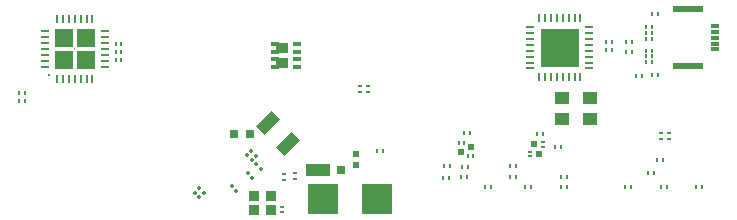
<source format=gbp>
%FSTAX23Y23*%
%MOIN*%
%SFA1B1*%

%IPPOS*%
%AMD131*
4,1,4,-0.001400,0.008300,-0.008300,0.001400,0.001400,-0.008300,0.008300,-0.001400,-0.001400,0.008300,0.0*
%
%AMD212*
4,1,4,-0.008300,-0.001400,-0.001400,-0.008300,0.008300,0.001400,0.001400,0.008300,-0.008300,-0.001400,0.0*
%
%AMD213*
4,1,4,-0.039000,-0.011100,-0.011100,-0.039000,0.039000,0.011100,0.011100,0.039000,-0.039000,-0.011100,0.0*
%
%ADD105R,0.008000X0.015800*%
%ADD106R,0.019800X0.019800*%
%ADD107R,0.078800X0.043400*%
%ADD108R,0.031600X0.031600*%
%ADD111R,0.011100X0.017000*%
%ADD112R,0.015800X0.008000*%
%ADD113R,0.019800X0.019800*%
%ADD117R,0.013900X0.009900*%
%ADD118R,0.017000X0.011100*%
%ADD130R,0.009900X0.013900*%
G04~CAMADD=131~9~0.0~0.0~99.0~139.0~0.0~0.0~0~0.0~0.0~0.0~0.0~0~0.0~0.0~0.0~0.0~0~0.0~0.0~0.0~45.0~166.0~165.0*
%ADD131D131*%
%ADD196R,0.061000X0.061000*%
%ADD197R,0.061000X0.061000*%
%ADD198R,0.009800X0.027600*%
%ADD199R,0.009800X0.027600*%
%ADD200R,0.009800X0.027600*%
%ADD201R,0.009800X0.027600*%
%ADD202R,0.027600X0.009800*%
%ADD203R,0.027600X0.009800*%
%ADD204R,0.027600X0.009800*%
%ADD205R,0.047300X0.043400*%
%ADD206R,0.029600X0.031600*%
%ADD207R,0.000000X0.000000*%
%ADD208R,0.007300X0.007300*%
%ADD209R,0.031600X0.013900*%
%ADD210R,0.102400X0.023700*%
%ADD211R,0.098500X0.098500*%
G04~CAMADD=212~9~0.0~0.0~99.0~139.0~0.0~0.0~0~0.0~0.0~0.0~0.0~0~0.0~0.0~0.0~0.0~0~0.0~0.0~0.0~135.0~166.0~165.0*
%ADD212D212*%
G04~CAMADD=213~9~0.0~0.0~394.0~709.0~0.0~0.0~0~0.0~0.0~0.0~0.0~0~0.0~0.0~0.0~0.0~0~0.0~0.0~0.0~135.0~780.0~779.0*
%ADD213D213*%
%ADD214R,0.037500X0.033500*%
%ADD215R,0.130000X0.130000*%
%ADD216O,0.031600X0.009900*%
%ADD217O,0.009900X0.031600*%
%ADD218R,0.021700X0.023700*%
%ADD219R,0.027600X0.011900*%
%ADD220R,0.039400X0.037400*%
%ADD221R,0.039400X0.037300*%
%LNvapeix_mini_pcb-1*%
%LPD*%
G54D105*
X03584Y03216D03*
X03568D03*
X03537Y03259D03*
X03553D03*
G54D106*
X03576Y03247D03*
X03544Y0323D03*
G54D107*
X03068Y03169D03*
G54D108*
X03142Y03169D03*
G54D111*
X03548Y03179D03*
X03568D03*
X04198Y03203D03*
X04218D03*
X04185Y03159D03*
X04165D03*
X04345Y03112D03*
X04325D03*
X04229D03*
X04209D03*
X04109D03*
X04089D03*
X03552Y03294D03*
X03572D03*
X03284Y03233D03*
X03264D03*
X04112Y03597D03*
X04092D03*
X04201Y03485D03*
X04181D03*
X04201Y0369D03*
X04181D03*
X04112Y03564D03*
X04092D03*
X03485Y03183D03*
X03505D03*
X03726D03*
X03706D03*
X03875Y03147D03*
X03895D03*
X03563Y03145D03*
X03543D03*
X03483Y03144D03*
X03503D03*
X03725Y03147D03*
X03705D03*
X03643Y03112D03*
X03623D03*
X03875D03*
X03895D03*
X03757D03*
X03777D03*
X03798Y0329D03*
X03818D03*
X03856Y03247D03*
X03876D03*
G54D112*
X03772Y03215D03*
Y03231D03*
X03815Y03263D03*
Y03247D03*
G54D113*
X03803Y03223D03*
X03786Y03255D03*
G54D117*
X03233Y03429D03*
Y03448D03*
X04236Y03274D03*
Y03293D03*
X02945Y03028D03*
Y03047D03*
G54D118*
X03206Y03449D03*
Y03429D03*
X04209Y03294D03*
Y03274D03*
X02954Y03137D03*
Y03157D03*
X02991Y03138D03*
Y03158D03*
G54D130*
X0207Y03399D03*
X02089D03*
X0207Y03426D03*
X02089D03*
X02411Y03588D03*
X02392D03*
X02411Y03563D03*
X02392D03*
X02411Y03536D03*
X02392D03*
X04046Y03596D03*
X04027D03*
X0418Y03566D03*
X04161D03*
X0418Y03548D03*
X04161D03*
X04179Y03607D03*
X0416D03*
X04179Y03627D03*
X0416D03*
X04179Y03647D03*
X0416D03*
X04046Y03569D03*
X04027D03*
X0418Y03529D03*
X04161D03*
X04145Y03483D03*
X04126D03*
G54D131*
X02671Y0308D03*
X02685Y03094D03*
X02656D03*
X0267Y03108D03*
X02845Y03203D03*
X02859Y03217D03*
X0283Y03219D03*
X02844Y03233D03*
G54D196*
X02292Y0361D03*
X02219D03*
Y03537D03*
G54D197*
X02292Y03537D03*
G54D198*
X02196Y03674D03*
X02235D03*
X02314D03*
G54D199*
X02216Y03674D03*
X02255D03*
X02275D03*
X02295D03*
G54D200*
X02196Y03473D03*
X02235D03*
X02275Y03473D03*
X02314Y03473D03*
G54D201*
X02216Y03473D03*
X02255Y03473D03*
X02295Y03473D03*
G54D202*
X02356Y03514D03*
Y03534D03*
Y03554D03*
Y03573D03*
Y03613D03*
Y03632D03*
X02155D03*
Y03613D03*
Y03593D03*
Y03554D03*
Y03534D03*
Y03514D03*
G54D203*
X02356Y03593D03*
G54D204*
X02155Y03573D03*
G54D205*
X03973Y0334D03*
Y03411D03*
X03879Y0334D03*
Y03411D03*
G54D206*
X02786Y03288D03*
X02839D03*
G54D207*
X02255Y03573D03*
G54D208*
X02169Y03487D03*
G54D209*
X04391Y0365D03*
Y03572D03*
Y03591D03*
Y03611D03*
Y03631D03*
G54D210*
X043Y03516D03*
Y03706D03*
G54D211*
X03082Y03074D03*
X03264Y03072D03*
G54D212*
X02834Y03158D03*
X02848Y03144D03*
X02794Y03101D03*
X0278Y03115D03*
X02875Y03174D03*
X02861Y03188D03*
G54D213*
X02899Y03326D03*
X02968Y03257D03*
G54D214*
X02852Y03037D03*
Y03082D03*
X02909D03*
Y03037D03*
G54D215*
X03873Y03577D03*
G54D216*
X03774Y03645D03*
Y03626D03*
Y03606D03*
Y03586D03*
Y03567D03*
Y03547D03*
Y03527D03*
Y03508D03*
X03971D03*
Y03527D03*
Y03547D03*
Y03567D03*
Y03586D03*
Y03606D03*
Y03626D03*
Y03645D03*
G54D217*
X03804Y03478D03*
X03823D03*
X03843D03*
X03863D03*
X03882D03*
X03902D03*
X03922D03*
X03941D03*
Y03675D03*
X03922D03*
X03902D03*
X03882D03*
X03863D03*
X03843D03*
X03823D03*
X03804D03*
G54D218*
X03193Y03185D03*
Y03224D03*
G54D219*
X02923Y03589D03*
Y03563D03*
Y03512D03*
Y03538D03*
X02996D03*
Y03512D03*
Y03563D03*
Y03589D03*
G54D220*
X02945Y03576D03*
G54D221*
X02945Y03525D03*
M02*
</source>
